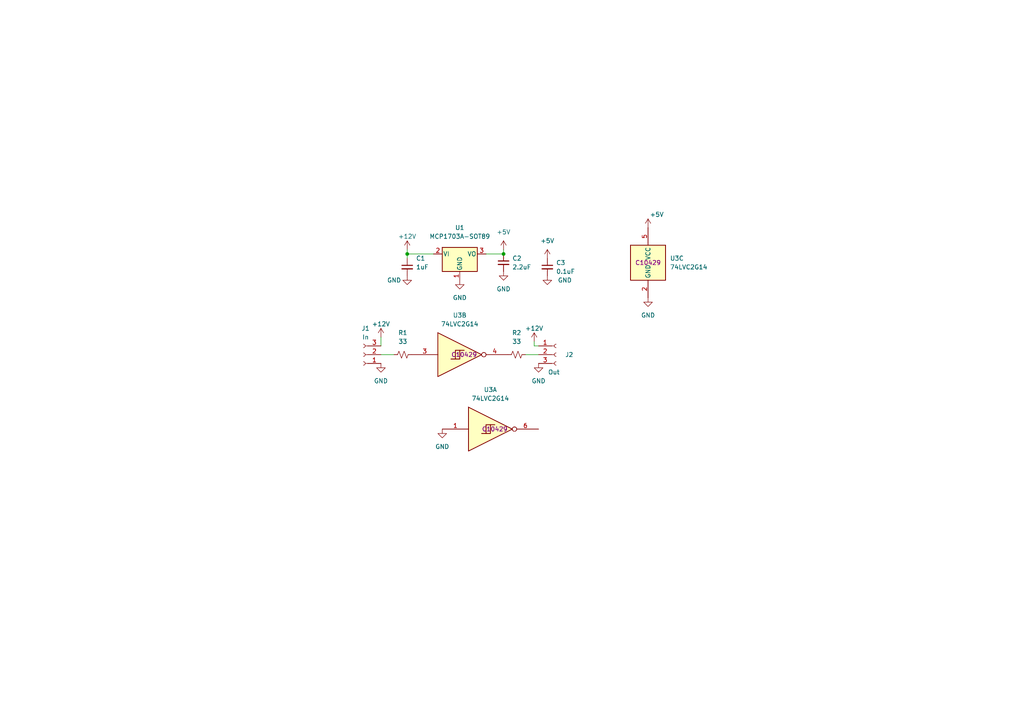
<source format=kicad_sch>
(kicad_sch (version 20230121) (generator eeschema)
  (paper "A4")
  (title_block (title "Pixel Boost2") (date "2023-10-29") (rev "v2"))
  (lib_symbols
    (symbol "74xGxx:74LVC2G14"
      (property "Reference" "U" (at 0 7.62 0))
      (property "Value" "74LVC2G14" (at 2.54 -7.62 0))
      (symbol "74LVC2G14_1_1"
        (polyline (pts (xy -2.54 -1.27) (xy -1.27 -1.27) (xy -1.27 1.27)) (stroke (width 0.254)) (fill (type background)))
        (polyline (pts (xy -7.62 6.35) (xy -7.62 -6.35) (xy 5.08 0) (xy -7.62 6.35)) (stroke (width 0.254)) (fill (type background)))
        (polyline (pts (xy -3.81 -1.27) (xy -2.54 -1.27) (xy -2.54 1.27) (xy 0 1.27)) (stroke (width 0.254)) (fill (type background)))
        (pin input line (at -15.24 0 0) (length 7.62) (name "~") (number "1"))
        (pin output inverted (at 12.7 0 180) (length 7.62) (name "~") (number "6"))
      )
      (symbol "74LVC2G14_2_1"
        (polyline (pts (xy -2.54 -1.27) (xy -1.27 -1.27) (xy -1.27 1.27)) (stroke (width 0.254)) (fill (type background)))
        (polyline (pts (xy -7.62 6.35) (xy -7.62 -6.35) (xy 5.08 0) (xy -7.62 6.35)) (stroke (width 0.254)) (fill (type background)))
        (polyline (pts (xy -3.81 -1.27) (xy -2.54 -1.27) (xy -2.54 1.27) (xy 0 1.27)) (stroke (width 0.254)) (fill (type background)))
        (pin input line (at -15.24 0 0) (length 7.62) (name "~") (number "3"))
        (pin output inverted (at 12.7 0 180) (length 7.62) (name "~") (number "4"))
      )
      (symbol "74LVC2G14_3_0"
        (rectangle (start -5.08 -5.08) (end 5.08 5.08) (stroke (width 0.254)) (fill (type background)))
      )
      (symbol "74LVC2G14_3_1"
        (pin power_in line (at 0 -10.16 90) (length 5.08) (name "GND") (number "2"))
        (pin power_in line (at 0 10.16 270) (length 5.08) (name "VCC") (number "5"))
      )
    )
    (symbol "Connector:Conn_01x03_Female" (pin_names (offset 1.016) hide)
      (property "Reference" "J" (at 0 5.08 0))
      (property "Value" "Conn_01x03_Female" (at 0 -5.08 0))
      (symbol "Conn_01x03_Female_1_1"
        (arc (start 0 -2.032) (mid -0.5058 -2.54) (end 0 -3.048) (stroke (width 0.1524)))
        (polyline (pts (xy -1.27 -2.54) (xy -0.508 -2.54)) (stroke (width 0.1524)))
        (polyline (pts (xy -1.27 0) (xy -0.508 0)) (stroke (width 0.1524)))
        (polyline (pts (xy -1.27 2.54) (xy -0.508 2.54)) (stroke (width 0.1524)))
        (arc (start 0 0.508) (mid -0.5058 0) (end 0 -0.508) (stroke (width 0.1524)))
        (arc (start 0 3.048) (mid -0.5058 2.54) (end 0 2.032) (stroke (width 0.1524)))
        (pin passive line (at -5.08 2.54 0) (length 3.81) (name "Pin_1") (number "1"))
        (pin passive line (at -5.08 0 0) (length 3.81) (name "Pin_2") (number "2"))
        (pin passive line (at -5.08 -2.54 0) (length 3.81) (name "Pin_3") (number "3"))
      )
    )
    (symbol "Device:C_Small" (pin_numbers hide) (pin_names (offset 0.254) hide)
      (property "Reference" "C" (at 0.254 1.778 0))
      (property "Value" "C_Small" (at 0.254 -2.032 0))
      (symbol "C_Small_0_1"
        (polyline (pts (xy -1.524 -0.508) (xy 1.524 -0.508)) (stroke (width 0.3302)))
        (polyline (pts (xy -1.524 0.508) (xy 1.524 0.508)) (stroke (width 0.3048)))
      )
      (symbol "C_Small_1_1"
        (pin passive line (at 0 2.54 270) (length 2.032) (name "~") (number "1"))
        (pin passive line (at 0 -2.54 90) (length 2.032) (name "~") (number "2"))
      )
    )
    (symbol "Device:R_Small_US" (pin_numbers hide) (pin_names (offset 0.254) hide)
      (property "Reference" "R" (at 0.762 0.508 0))
      (property "Value" "R_Small_US" (at 0.762 -1.016 0))
      (symbol "R_Small_US_1_1"
        (polyline (pts (xy 0 0) (xy 1.016 -0.381) (xy 0 -0.762) (xy -1.016 -1.143) (xy 0 -1.524)))
        (polyline (pts (xy 0 1.524) (xy 1.016 1.143) (xy 0 0.762) (xy -1.016 0.381) (xy 0 0)))
        (pin passive line (at 0 2.54 270) (length 1.016) (name "~") (number "1"))
        (pin passive line (at 0 -2.54 90) (length 1.016) (name "~") (number "2"))
      )
    )
    (symbol "Regulator_Linear:MCP1703A-5002_SOT89" (pin_names (offset 0.254))
      (property "Reference" "U" (at -3.81 3.175 0))
      (property "Value" "MCP1703A-5002_SOT89" (at 0 3.175 0))
      (symbol "MCP1703A-5002_SOT89_0_1"
        (rectangle (start -5.08 -5.08) (end 5.08 1.905) (stroke (width 0.254)) (fill (type background)))
      )
      (symbol "MCP1703A-5002_SOT89_1_1"
        (pin power_in line (at 0 -7.62 90) (length 2.54) (name "GND") (number "1"))
        (pin power_in line (at -7.62 0 0) (length 2.54) (name "VI") (number "2"))
        (pin power_out line (at 7.62 0 180) (length 2.54) (name "VO") (number "3"))
      )
    )
    (symbol "power:+12V" (power) (pin_names (offset 0))
      (property "Value" "+12V" (at 0 3.556 0))
      (symbol "+12V_0_1"
        (polyline (pts (xy -0.762 1.27) (xy 0 2.54)))
        (polyline (pts (xy 0 0) (xy 0 2.54)))
        (polyline (pts (xy 0 2.54) (xy 0.762 1.27)))
      )
      (symbol "+12V_1_1"
        (pin power_in line (at 0 0 90) (length 0) hide (name "+12V") (number "1"))
      )
    )
    (symbol "power:+5V" (power) (pin_names (offset 0))
      (property "Value" "+5V" (at 0 3.556 0))
      (symbol "+5V_0_1"
        (polyline (pts (xy -0.762 1.27) (xy 0 2.54)))
        (polyline (pts (xy 0 0) (xy 0 2.54)))
        (polyline (pts (xy 0 2.54) (xy 0.762 1.27)))
      )
      (symbol "+5V_1_1"
        (pin power_in line (at 0 0 90) (length 0) hide (name "+5V") (number "1"))
      )
    )
    (symbol "power:GND" (power) (pin_names (offset 0))
      (property "Value" "GND" (at 0 -3.81 0))
      (symbol "GND_0_1"
        (polyline (pts (xy 0 0) (xy 0 -1.27) (xy 1.27 -1.27) (xy 0 -2.54) (xy -1.27 -1.27) (xy 0 -1.27)))
      )
      (symbol "GND_1_1"
        (pin power_in line (at 0 0 270) (length 0) hide (name "GND") (number "1"))
      )
    )
  )
  (junction (at 146.05 73.66))
  (junction (at 118.11 73.66))
  (wire (pts (xy 140.97 73.66) (xy 146.05 73.66)))
  (wire (pts (xy 110.49 97.79) (xy 110.49 100.33)))
  (wire (pts (xy 146.05 72.39) (xy 146.05 73.66)))
  (wire (pts (xy 152.4 102.87) (xy 156.21 102.87)))
  (wire (pts (xy 118.11 72.39) (xy 118.11 73.66)))
  (wire (pts (xy 156.21 100.33) (xy 154.94 100.33)))
  (wire (pts (xy 110.49 102.87) (xy 114.3 102.87)))
  (wire (pts (xy 118.11 73.66) (xy 118.11 74.93)))
  (wire (pts (xy 118.11 73.66) (xy 125.73 73.66)))
  (wire (pts (xy 154.94 100.33) (xy 154.94 99.06)))
  (symbol (lib_id "power:+5V") (at 187.96 66.04 0) (unit 1)
    (property "Reference" "#PWR06" (effects hide))
    (property "Value" "+5V" (at 190.5 62.23 0))
  )
  (symbol (lib_id "power:+12V") (at 154.94 99.06 0) (unit 1)
    (property "Reference" "#PWR0101" (effects hide))
    (property "Value" "+12V" (at 154.94 95.25 0))
  )
  (symbol (lib_id "power:GND") (at 158.75 80.01 0) (unit 1)
    (property "Reference" "#PWR011" (effects hide))
    (property "Value" "GND" (at 163.83 81.28 0))
  )
  (symbol (lib_id "74xGxx:74LVC2G14") (at 143.51 124.46 0) (unit 1)
    (property "Reference" "U3" (at 142.24 113.03 0))
    (property "Value" "74LVC2G14" (at 142.24 115.57 0))
    (property "Footprint" "Package_TO_SOT_SMD:SOT-23-6" (effects hide))
    (property "Datasheet" "https://www.ti.com/lit/ds/symlink/sn74lvc2g14.pdf" (effects hide))
    (property "LCSC" "C10429" (at 143.51 124.46 0))
  )
  (symbol (lib_id "power:GND") (at 110.49 105.41 0) (unit 1)
    (property "Reference" "#PWR04" (effects hide))
    (property "Value" "GND" (at 110.49 110.49 0))
  )
  (symbol (lib_id "Connector:Conn_01x03_Female") (at 105.41 102.87 180) (unit 1)
    (property "Reference" "J1" (at 106.045 95.25 0))
    (property "Value" "In" (at 106.045 97.79 0))
    (property "Footprint" "Scotts:PhoenixContact_MCV_1,5_3-G-3.81_1x03_P3.81mm_Vertical" (effects hide))
  )
  (symbol (lib_id "power:GND") (at 187.96 86.36 0) (unit 1)
    (property "Reference" "#PWR07" (effects hide))
    (property "Value" "GND" (at 187.96 91.44 0))
  )
  (symbol (lib_id "power:+5V") (at 146.05 72.39 0) (unit 1)
    (property "Reference" "#PWR08" (effects hide))
    (property "Value" "+5V" (at 146.05 67.31 0))
  )
  (symbol (lib_id "Device:R_Small_US") (at 116.84 102.87 90) (unit 1)
    (property "Reference" "R1" (at 116.84 96.52 90))
    (property "Value" "33" (at 116.84 99.06 90))
    (property "Footprint" "Resistor_SMD:R_0603_1608Metric" (effects hide))
    (property "LCSC" "C4184" (effects hide))
  )
  (symbol (lib_id "Regulator_Linear:MCP1703A-5002_SOT89") (at 133.35 73.66 0) (unit 1)
    (property "Reference" "U1" (at 133.35 66.04 0))
    (property "Value" "MCP1703A-SOT89" (at 133.35 68.58 0))
    (property "Footprint" "Package_TO_SOT_SMD:SOT-89-3" (effects hide))
    (property "Datasheet" "http://ww1.microchip.com/downloads/en/DeviceDoc/20005122B.pdf" (effects hide))
    (property "LCSC" "C16106" (effects hide))
  )
  (symbol (lib_id "power:GND") (at 128.27 124.46 0) (unit 1)
    (property "Reference" "#PWR01" (effects hide))
    (property "Value" "GND" (at 128.27 129.54 0))
  )
  (symbol (lib_id "power:+12V") (at 118.11 72.39 0) (unit 1)
    (property "Reference" "#PWR0102" (effects hide))
    (property "Value" "+12V" (at 118.11 68.58 0))
  )
  (symbol (lib_id "power:GND") (at 146.05 78.74 0) (unit 1)
    (property "Reference" "#PWR09" (effects hide))
    (property "Value" "GND" (at 146.05 83.82 0))
  )
  (symbol (lib_id "Device:C_Small") (at 146.05 76.2 0) (unit 1)
    (property "Reference" "C2" (at 148.59 74.9362 0) (effects (justify left)))
    (property "Value" "2.2uF" (at 148.59 77.4762 0) (effects (justify left)))
    (property "Footprint" "Resistor_SMD:R_0603_1608Metric" (effects hide))
    (property "LCSC" "C23630" (effects hide))
  )
  (symbol (lib_id "Device:R_Small_US") (at 149.86 102.87 90) (unit 1)
    (property "Reference" "R2" (at 149.86 96.52 90))
    (property "Value" "33" (at 149.86 99.06 90))
    (property "Footprint" "Resistor_SMD:R_0603_1608Metric" (effects hide))
    (property "LCSC" "C4184" (effects hide))
  )
  (symbol (lib_id "power:+12V") (at 110.49 97.79 0) (unit 1)
    (property "Reference" "#PWR0103" (effects hide))
    (property "Value" "+12V" (at 110.49 93.98 0))
  )
  (symbol (lib_id "power:+5V") (at 158.75 74.93 0) (unit 1)
    (property "Reference" "#PWR010" (effects hide))
    (property "Value" "+5V" (at 158.75 69.85 0))
  )
  (symbol (lib_id "Device:C_Small") (at 118.11 77.47 0) (unit 1)
    (property "Reference" "C1" (at 120.65 74.93 0) (effects (justify left)))
    (property "Value" "1uF" (at 120.65 77.47 0) (effects (justify left)))
    (property "Footprint" "Resistor_SMD:R_0603_1608Metric" (effects hide))
    (property "LCSC" "C15849" (effects hide))
  )
  (symbol (lib_id "power:GND") (at 133.35 81.28 0) (unit 1)
    (property "Reference" "#PWR05" (effects hide))
    (property "Value" "GND" (at 133.35 86.36 0))
  )
  (symbol (lib_id "74xGxx:74LVC2G14") (at 187.96 76.2 0) (unit 3)
    (property "Reference" "U3" (at 194.31 74.93 0) (effects (justify left)))
    (property "Value" "74LVC2G14" (at 194.31 77.47 0) (effects (justify left)))
    (property "Footprint" "Package_TO_SOT_SMD:SOT-23-6" (effects hide))
    (property "Datasheet" "https://www.ti.com/lit/ds/symlink/sn74lvc2g14.pdf" (effects hide))
    (property "LCSC" "C10429" (at 187.96 76.2 0))
  )
  (symbol (lib_id "power:GND") (at 156.21 105.41 0) (unit 1)
    (property "Reference" "#PWR013" (effects hide))
    (property "Value" "GND" (at 156.21 110.49 0))
  )
  (symbol (lib_id "Device:C_Small") (at 158.75 77.47 0) (unit 1)
    (property "Reference" "C3" (at 161.29 76.2062 0) (effects (justify left)))
    (property "Value" "0.1uF" (at 161.29 78.7462 0) (effects (justify left)))
    (property "Footprint" "Resistor_SMD:R_0603_1608Metric" (effects hide))
    (property "LCSC" "C14663" (effects hide))
  )
  (symbol (lib_id "power:GND") (at 118.11 80.01 0) (unit 1)
    (property "Reference" "#PWR02" (effects hide))
    (property "Value" "GND" (at 114.3 81.28 0))
  )
  (symbol (lib_id "74xGxx:74LVC2G14") (at 134.62 102.87 0) (unit 2)
    (property "Reference" "U3" (at 133.35 91.44 0))
    (property "Value" "74LVC2G14" (at 133.35 93.98 0))
    (property "Footprint" "Package_TO_SOT_SMD:SOT-23-6" (effects hide))
    (property "Datasheet" "https://www.ti.com/lit/ds/symlink/sn74lvc2g14.pdf" (effects hide))
    (property "LCSC" "C10429" (at 134.62 102.87 0))
  )
  (symbol (lib_id "Connector:Conn_01x03_Female") (at 161.29 102.87 0) (unit 1)
    (property "Reference" "J2" (at 165.1 102.87 0))
    (property "Value" "Out" (at 160.655 107.95 0))
    (property "Footprint" "Scotts:PhoenixContact_MCV_1,5_3-G-3.81_1x03_P3.81mm_Vertical" (effects hide))
  )
)
</source>
